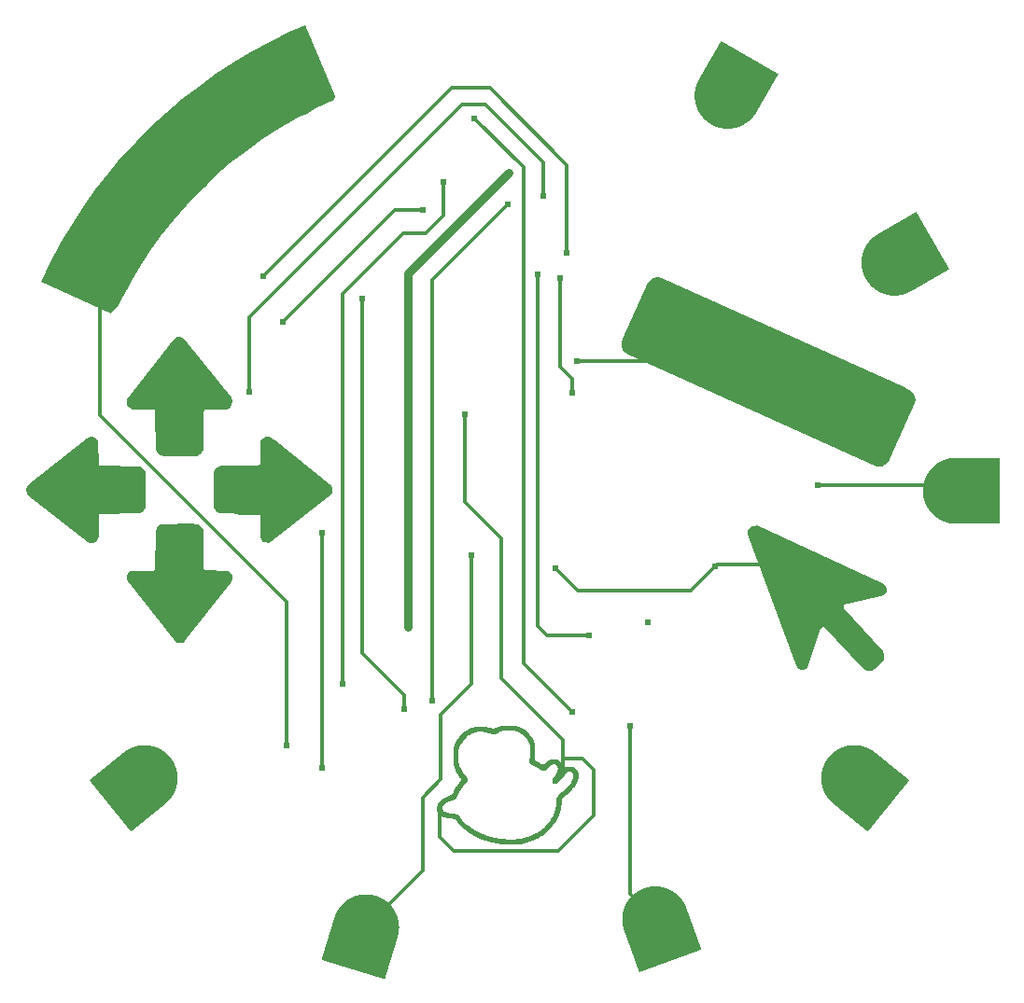
<source format=gbl>
G04 Layer: BottomLayer*
G04 EasyEDA v6.5.50, 2025-08-14 22:33:42*
G04 e75713753cb845a6aa3ca86cf9a0bac9,7f6f5378126b4d5b8a4b95b5ffd06442,10*
G04 Gerber Generator version 0.2*
G04 Scale: 100 percent, Rotated: No, Reflected: No *
G04 Dimensions in millimeters *
G04 leading zeros omitted , absolute positions ,4 integer and 5 decimal *
%FSLAX45Y45*%
%MOMM*%

%AMMACRO1*4,1,34,2.1993,-0.1562,2.1829,-0.3749,2.1448,-0.5909,2.0854,-0.802,2.0053,-1.0062,1.9053,-1.2014,1.7863,-1.3856,1.6495,-1.5571,1.4964,-1.7141,1.3284,-1.8551,1.1472,-1.9786,0.9545,-2.0835,0.7524,-2.1687,0.5429,-2.2333,0.3279,-2.2768,0.1097,-2.2986,-0.1097,-2.2986,-0.3279,-2.2768,-0.5429,-2.2333,-0.7524,-2.1687,-0.9545,-2.0835,-1.1472,-1.9786,-1.3284,-1.8551,-1.4964,-1.7141,-1.6495,-1.5571,-1.7863,-1.3856,-1.9053,-1.2014,-2.0053,-1.0062,-2.0854,-0.802,-2.1448,-0.5909,-2.1829,-0.3749,-2.1993,-0.1562,-2.2,2.2986,2.2,2.2986,2.1993,-0.1562,0*%
%AMMACRO2*4,1,34,-2.1993,0.1562,-2.1829,0.3749,-2.1448,0.5909,-2.0854,0.802,-2.0053,1.0062,-1.9053,1.2014,-1.7863,1.3856,-1.6495,1.5571,-1.4964,1.7141,-1.3284,1.8551,-1.1472,1.9786,-0.9545,2.0835,-0.7524,2.1687,-0.5429,2.2333,-0.3279,2.2768,-0.1097,2.2986,0.1097,2.2986,0.3279,2.2768,0.5429,2.2333,0.7524,2.1687,0.9545,2.0835,1.1472,1.9786,1.3284,1.8551,1.4964,1.7141,1.6495,1.5571,1.7863,1.3856,1.9053,1.2014,2.0053,1.0062,2.0854,0.802,2.1448,0.5909,2.1829,0.3749,2.1993,0.1562,2.2,-2.2986,-2.2,-2.2986,-2.1993,0.1562,0*%
%AMMACRO3*4,1,34,-0.1562,-2.1993,-0.3749,-2.1829,-0.5909,-2.1448,-0.802,-2.0854,-1.0062,-2.0053,-1.2014,-1.9053,-1.3856,-1.7863,-1.5571,-1.6495,-1.7141,-1.4964,-1.8551,-1.3284,-1.9786,-1.1472,-2.0835,-0.9545,-2.1687,-0.7524,-2.2333,-0.5429,-2.2768,-0.3279,-2.2986,-0.1097,-2.2986,0.1097,-2.2768,0.3279,-2.2333,0.5429,-2.1687,0.7524,-2.0835,0.9545,-1.9786,1.1472,-1.8551,1.3284,-1.7141,1.4964,-1.5571,1.6495,-1.3856,1.7863,-1.2014,1.9053,-1.0062,2.0053,-0.802,2.0854,-0.5909,2.1448,-0.3749,2.1829,-0.1562,2.1993,2.2986,2.2,2.2986,-2.2,-0.1562,-2.1993,0*%
%AMMACRO4*4,1,34,0.1562,2.1993,0.3749,2.1829,0.5909,2.1448,0.802,2.0854,1.0062,2.0053,1.2014,1.9053,1.3856,1.7863,1.5571,1.6495,1.7141,1.4964,1.8551,1.3284,1.9786,1.1472,2.0835,0.9545,2.1687,0.7524,2.2333,0.5429,2.2768,0.3279,2.2986,0.1097,2.2986,-0.1097,2.2768,-0.3279,2.2333,-0.5429,2.1687,-0.7524,2.0835,-0.9545,1.9786,-1.1472,1.8551,-1.3284,1.7141,-1.4964,1.5571,-1.6495,1.3856,-1.7863,1.2014,-1.9053,1.0062,-2.0053,0.802,-2.0854,0.5909,-2.1448,0.3749,-2.1829,0.1562,-2.1993,-2.2986,-2.2,-2.2986,2.2,0.1562,2.1993,0*%
%AMMACRO5*4,1,34,-1.3888,-1.5939,-1.5819,-1.4899,-1.7637,-1.3673,-1.9325,-1.2272,-2.0864,-1.0709,-2.224,-0.9001,-2.3439,-0.7165,-2.4449,-0.5218,-2.5261,-0.3181,-2.5865,-0.1072,-2.6257,0.1085,-2.6432,0.3272,-2.6388,0.5465,-2.6126,0.7642,-2.5649,0.9783,-2.496,1.1865,-2.4068,1.3869,-2.2982,1.5774,-2.171,1.7561,-2.0267,1.9213,-1.8667,2.0712,-1.6925,2.2045,-1.5059,2.3198,-1.3088,2.4159,-1.1031,2.492,-0.8908,2.5472,-0.6741,2.5809,-0.4551,2.593,-0.236,2.5831,-0.019,2.5515,0.1938,2.4985,0.4003,2.4245,2.6432,1.4266,0.8535,-2.593,-1.3888,-1.5939,0*%
%AMMACRO6*4,1,34,1.3888,1.5939,1.5819,1.4899,1.7637,1.3673,1.9325,1.2272,2.0864,1.0709,2.224,0.9001,2.3439,0.7165,2.4449,0.5218,2.5261,0.3181,2.5865,0.1072,2.6257,-0.1085,2.6432,-0.3272,2.6388,-0.5465,2.6126,-0.7642,2.5649,-0.9783,2.496,-1.1865,2.4068,-1.3869,2.2982,-1.5774,2.171,-1.7561,2.0267,-1.9213,1.8667,-2.0712,1.6925,-2.2045,1.5059,-2.3198,1.3088,-2.4159,1.1031,-2.492,0.8908,-2.5472,0.6741,-2.5809,0.4551,-2.593,0.236,-2.5831,0.019,-2.5515,-0.1938,-2.4985,-0.4003,-2.4245,-2.6432,-1.4266,-0.8535,2.593,1.3888,1.5939,0*%
%AMMACRO7*4,1,34,2.121,0.9893,2.2641,0.823,2.3899,0.6434,2.4972,0.4521,2.5849,0.2511,2.6521,0.0423,2.6983,-0.1721,2.7228,-0.39,2.7256,-0.6094,2.7064,-0.8279,2.6657,-1.0434,2.6037,-1.2537,2.521,-1.4569,2.4185,-1.6508,2.2972,-1.8335,2.1583,-2.0033,2.0033,-2.1583,1.8335,-2.2972,1.6508,-2.4185,1.4569,-2.521,1.2537,-2.6037,1.0434,-2.6657,0.8279,-2.7064,0.6094,-2.7256,0.39,-2.7228,0.1721,-2.6983,-0.0423,-2.6521,-0.2511,-2.5849,-0.4521,-2.4972,-0.6434,-2.3899,-0.823,-2.2641,-0.9893,-2.121,-2.7256,-0.3857,0.3857,2.7256,2.121,0.9893,0*%
%AMMACRO8*4,1,34,-2.121,-0.9893,-2.2641,-0.823,-2.3899,-0.6434,-2.4972,-0.4521,-2.5849,-0.2511,-2.6521,-0.0423,-2.6983,0.1721,-2.7228,0.39,-2.7256,0.6094,-2.7064,0.8279,-2.6657,1.0434,-2.6037,1.2537,-2.521,1.4569,-2.4185,1.6508,-2.2972,1.8335,-2.1583,2.0033,-2.0033,2.1583,-1.8335,2.2972,-1.6508,2.4185,-1.4569,2.521,-1.2537,2.6037,-1.0434,2.6657,-0.8279,2.7064,-0.6094,2.7256,-0.39,2.7228,-0.1721,2.6983,0.0423,2.6521,0.2511,2.5849,0.4521,2.4972,0.6434,2.3899,0.823,2.2641,0.9893,2.121,2.7256,0.3857,-0.3857,-2.7256,-2.121,-0.9893,0*%
%AMMACRO9*4,1,34,3.4995,-3,-0.65,-2.9963,-0.9476,-2.9665,-1.2408,-2.9072,-1.5265,-2.8191,-1.8021,-2.7029,-2.0648,-2.5599,-2.3119,-2.3914,-2.541,-2.1992,-2.7498,-1.9851,-2.9363,-1.7512,-3.0985,-1.5,-3.235,-1.2339,-3.3443,-0.9554,-3.4253,-0.6676,-3.4772,-0.373,-3.4995,-0.0748,-3.4921,0.2242,-3.4549,0.521,-3.3883,0.8125,-3.2931,1.096,-3.1701,1.3686,-3.0205,1.6276,-2.846,1.8705,-2.6481,2.0947,-2.4288,2.2981,-2.1904,2.4787,-1.9352,2.6347,-1.6658,2.7644,-1.3847,2.8667,-1.0949,2.9405,-0.7992,2.9851,-0.5005,3,3.4995,3,3.4995,-3,0*%
%AMMACRO10*4,1,34,3.7986,0.982,1.7206,-2.6097,1.546,-2.8525,1.3481,-3.0768,1.1289,-3.2802,0.8905,-3.4607,0.6353,-3.6167,0.3658,-3.7464,0.0848,-3.8488,-0.2051,-3.9226,-0.5008,-3.9671,-0.7995,-3.982,-1.0982,-3.9671,-1.3939,-3.9226,-1.6838,-3.8488,-1.9648,-3.7464,-2.2342,-3.6167,-2.4895,-3.4608,-2.7279,-3.2802,-2.9471,-3.0768,-3.145,-2.8525,-3.3196,-2.6097,-3.4691,-2.3507,-3.5921,-2.0781,-3.6873,-1.7946,-3.7539,-1.503,-3.7911,-1.2062,-3.7986,-0.9073,-3.7762,-0.609,-3.7243,-0.3145,-3.6432,-0.0266,-3.534,0.2518,-3.3976,0.5179,-1.3976,3.982,3.7986,0.982,0*%
%AMMACRO11*4,1,34,3.9802,-1.3976,0.3847,-3.4691,0.1121,-3.5921,-0.1714,-3.6874,-0.463,-3.7539,-0.7597,-3.7911,-1.0587,-3.7986,-1.3569,-3.7762,-1.6515,-3.7243,-1.9394,-3.6433,-2.2178,-3.534,-2.4839,-3.3976,-2.7351,-3.2353,-2.969,-3.0488,-3.1831,-2.84,-3.3753,-2.6109,-3.5438,-2.3638,-3.6868,-2.1012,-3.803,-1.8256,-3.8912,-1.5398,-3.9504,-1.2466,-3.9802,-0.9491,-3.9802,-0.65,-3.9504,-0.3524,-3.8911,-0.0592,-3.803,0.2266,-3.6868,0.5021,-3.5438,0.7648,-3.3753,1.0119,-3.1831,1.241,-2.969,1.4498,-2.7351,1.6363,-2.4839,1.7986,0.9802,3.7986,3.9802,-1.3976,0*%
%AMMACRO12*4,1,34,1.6019,3.963,3.4824,0.2641,3.591,-0.0146,3.6713,-0.3027,3.7225,-0.5974,3.7441,-0.8957,3.7359,-1.1947,3.698,-1.4913,3.6307,-1.7827,3.5348,-2.066,3.4111,-2.3383,3.2609,-2.5969,3.0857,-2.8393,2.8872,-3.0631,2.6675,-3.266,2.4286,-3.4459,2.1731,-3.6012,1.9033,-3.7303,1.622,-3.8319,1.332,-3.905,1.0361,-3.9488,0.7374,-3.963,0.4387,-3.9473,0.1431,-3.902,-0.1466,-3.8275,-0.4273,-3.7245,-0.6964,-3.5941,-0.9513,-3.4375,-1.1892,-3.2563,-1.4079,-3.0524,-1.6053,-2.8276,-1.7792,-2.5843,-1.9281,-2.325,-3.7441,1.239,1.6019,3.963,0*%
%AMMACRO13*4,1,34,-1.0674,3.7815,2.5601,1.7665,2.8059,1.5962,3.0336,1.4022,3.2408,1.1866,3.4255,0.9514,3.5859,0.6989,3.7204,0.4318,3.8275,0.1526,3.9064,-0.1359,3.9561,-0.4308,3.9762,-0.7292,3.9665,-1.0281,3.9271,-1.3246,3.8584,-1.6157,3.761,-1.8985,3.636,-2.1701,3.4845,-2.428,3.3081,-2.6695,3.1086,-2.8923,2.8878,-3.0941,2.6481,-3.2729,2.3917,-3.4269,2.1213,-3.5546,1.8395,-3.6548,1.5491,-3.7265,1.253,-3.7688,0.9542,-3.7815,0.6557,-3.7644,0.3603,-3.7176,0.071,-3.6416,-0.2093,-3.5372,-0.4777,-3.4054,-3.9762,-1.4662,-1.0674,3.7815,0*%
%AMMACRO14*4,1,34,0.221,-3.9241,-3.0014,-1.3098,-3.214,-1.0994,-3.4045,-0.8689,-3.5711,-0.6205,-3.7122,-0.3568,-3.8263,-0.0804,-3.9123,0.2061,-3.9694,0.4997,-3.9969,0.7975,-3.9947,1.0965,-3.9627,1.3939,-3.9012,1.6866,-3.8109,1.9717,-3.6927,2.2464,-3.5477,2.508,-3.3774,2.7538,-3.1835,2.9815,-2.9678,3.1887,-2.7326,3.3734,-2.4801,3.5338,-2.213,3.6683,-1.9338,3.7754,-1.6453,3.8543,-1.3504,3.904,-1.052,3.9241,-0.7531,3.9144,-0.4566,3.875,-0.1655,3.8063,0.1173,3.7089,0.389,3.5839,0.6468,3.4324,0.8883,3.256,3.9969,0.7387,0.221,-3.9241,0*%
%AMMACRO15*4,1,34,-2.0446,-3.8919,-3.4603,0.0086,-3.5341,0.2984,-3.5787,0.5942,-3.5936,0.8929,-3.5787,1.1916,-3.5341,1.4873,-3.4603,1.7771,-3.358,2.0582,-3.2282,2.3277,-3.0723,2.5828,-2.8917,2.8212,-2.6883,3.0405,-2.464,3.2384,-2.2212,3.413,-1.9622,3.5625,-1.6896,3.6855,-1.4061,3.7808,-1.1145,3.8473,-0.8178,3.8845,-0.5188,3.8919,-0.2205,3.8696,0.074,3.8176,0.3619,3.7367,0.6403,3.6274,0.9064,3.491,1.1577,3.3287,1.3915,3.1422,1.6056,2.9334,1.7978,2.7043,1.9663,2.4572,2.1093,2.1945,2.2255,1.9189,3.5936,-1.8398,-2.0446,-3.8919,0*%
%AMMACRO16*4,1,34,-3.5192,-2.0964,-2.3024,1.8708,-2.1869,2.1466,-2.0445,2.4097,-1.8767,2.6572,-1.685,2.8868,-1.4714,3.0961,-1.2381,3.2832,-0.9873,3.4461,-0.7215,3.5832,-0.4434,3.6931,-0.1556,3.7748,0.1388,3.8275,0.4369,3.8506,0.7359,3.8439,1.0328,3.8074,1.3245,3.7416,1.6083,3.6471,1.8812,3.5248,2.1405,3.3759,2.3838,3.2019,2.6086,3.0046,2.8125,2.7858,2.9937,2.5479,3.1503,2.2931,3.2807,2.0239,3.3837,1.7432,3.4582,1.4535,3.5035,1.1579,3.5192,0.8592,3.505,0.5605,3.4612,0.2647,3.3881,-0.0254,2.2186,-3.8506,-3.5192,-2.0964,0*%
%AMMACRO17*4,1,34,-3.9982,0.7393,-0.7711,3.3478,-0.5211,3.5119,-0.256,3.6503,0.0216,3.7617,0.3089,3.8448,0.603,3.899,0.9011,3.9236,1.2001,3.9183,1.4972,3.8834,1.7892,3.819,2.0734,3.7259,2.347,3.6049,2.6071,3.4573,2.8512,3.2846,3.0769,3.0883,3.2819,2.8706,3.4643,2.6336,3.6222,2.3796,3.754,2.1111,3.8583,1.8308,3.9343,1.5415,3.9811,1.2462,3.9982,0.9476,3.9855,0.6488,3.9432,0.3527,3.8716,0.0623,3.7714,-0.2195,3.6436,-0.4899,3.4896,-0.7462,3.3108,-0.986,3.109,-1.2067,2.8863,-1.4063,-0.2223,-3.9236,-3.9982,0.7393,0*%
%AMMACRO18*4,1,34,0.348,3.9806,3.2278,0.9931,3.4131,0.7584,3.5742,0.5063,3.7093,0.2395,3.8171,-0.0394,3.8967,-0.3277,3.9472,-0.6225,3.968,-0.9208,3.9591,-1.2198,3.9204,-1.5163,3.8524,-1.8076,3.7557,-2.0906,3.6314,-2.3626,3.4806,-2.6209,3.3047,-2.8628,3.1058,-3.0861,2.8855,-3.2884,2.6462,-3.4678,2.3902,-3.6225,2.1201,-3.7509,1.8386,-3.8518,1.5484,-3.9241,1.2524,-3.9672,0.9537,-3.9806,0.655,-3.9643,0.3595,-3.9182,0.0701,-3.843,-0.2105,-3.7393,-0.4792,-3.6082,-0.7337,-3.4509,-0.9712,-3.2692,-1.1894,-3.0646,-3.968,-0.1873,0.348,3.9806,0*%
%ADD10C,0.3500*%
%ADD11C,0.8000*%
%ADD12C,0.5000*%
%ADD13MACRO1*%
%ADD14MACRO2*%
%ADD15MACRO3*%
%ADD16MACRO4*%
%ADD17MACRO5*%
%ADD18MACRO6*%
%ADD19MACRO7*%
%ADD20MACRO8*%
%ADD21MACRO9*%
%ADD22MACRO10*%
%ADD23MACRO11*%
%ADD24MACRO12*%
%ADD25MACRO13*%
%ADD26MACRO14*%
%ADD27MACRO15*%
%ADD28MACRO16*%
%ADD29MACRO17*%
%ADD30MACRO18*%
%ADD31C,0.6100*%
%ADD32C,0.6200*%
%ADD33C,0.0166*%

%LPD*%
G36*
X33629Y-2128164D02*
G01*
X31750Y-2131161D01*
X15697Y-2131161D01*
X13817Y-2134158D01*
X3708Y-2134158D01*
X1879Y-2137156D01*
X-5232Y-2137156D01*
X-7112Y-2140153D01*
X-14224Y-2140153D01*
X-16052Y-2143150D01*
X-20167Y-2143150D01*
X-22047Y-2146147D01*
X-26162Y-2146147D01*
X-28041Y-2149094D01*
X-35153Y-2149094D01*
X-36982Y-2152091D01*
X-44094Y-2152091D01*
X-45974Y-2155088D01*
X-70662Y-2155088D01*
X-72542Y-2152091D01*
X-82600Y-2152091D01*
X-84480Y-2149094D01*
X-97586Y-2149094D01*
X-99415Y-2146147D01*
X-112522Y-2146147D01*
X-114401Y-2143150D01*
X-229412Y-2143150D01*
X-231292Y-2146147D01*
X-244398Y-2146147D01*
X-246227Y-2149094D01*
X-253339Y-2149094D01*
X-255219Y-2152091D01*
X-262331Y-2152091D01*
X-264160Y-2155088D01*
X-271272Y-2155088D01*
X-273151Y-2158085D01*
X-277266Y-2158085D01*
X-279146Y-2161082D01*
X-283260Y-2161082D01*
X-285089Y-2164080D01*
X-288899Y-2164080D01*
X-294436Y-2170023D01*
X-297891Y-2170023D01*
X-303377Y-2176018D01*
X-306781Y-2176018D01*
X-315417Y-2185009D01*
X-318566Y-2185009D01*
X-362458Y-2228900D01*
X-362458Y-2231948D01*
X-377393Y-2246731D01*
X-377393Y-2249982D01*
X-386384Y-2258568D01*
X-386384Y-2262022D01*
X-392379Y-2267508D01*
X-392379Y-2271318D01*
X-395376Y-2273198D01*
X-395376Y-2277313D01*
X-398322Y-2279142D01*
X-398322Y-2283256D01*
X-401320Y-2285136D01*
X-401320Y-2292248D01*
X-404317Y-2294128D01*
X-404317Y-2298192D01*
X-407314Y-2300071D01*
X-407314Y-2307183D01*
X-410311Y-2309063D01*
X-410311Y-2319121D01*
X-413308Y-2321001D01*
X-413308Y-2340051D01*
X-416255Y-2341930D01*
X-416255Y-2366975D01*
X-419252Y-2368854D01*
X-419252Y-2442057D01*
X-416255Y-2443937D01*
X-416255Y-2471928D01*
X-413308Y-2473807D01*
X-413308Y-2489860D01*
X-410311Y-2491740D01*
X-410311Y-2501849D01*
X-407314Y-2503678D01*
X-407314Y-2510790D01*
X-404317Y-2512669D01*
X-404317Y-2519781D01*
X-401320Y-2521610D01*
X-401320Y-2528722D01*
X-398322Y-2530602D01*
X-398322Y-2534716D01*
X-395376Y-2536596D01*
X-395376Y-2540711D01*
X-392379Y-2542540D01*
X-392379Y-2546654D01*
X-389382Y-2548534D01*
X-389382Y-2552649D01*
X-386384Y-2554528D01*
X-386384Y-2558643D01*
X-383387Y-2560472D01*
X-383387Y-2564282D01*
X-377393Y-2569819D01*
X-377393Y-2573274D01*
X-371449Y-2578760D01*
X-371449Y-2582164D01*
X-362458Y-2590800D01*
X-362458Y-2594152D01*
X-353517Y-2602738D01*
X-353517Y-2606446D01*
X-350520Y-2608326D01*
X-350520Y-2627020D01*
X-353517Y-2628900D01*
X-353517Y-2632608D01*
X-362458Y-2641193D01*
X-362458Y-2644495D01*
X-374446Y-2656281D01*
X-374446Y-2659481D01*
X-383387Y-2668117D01*
X-383387Y-2671470D01*
X-392379Y-2680055D01*
X-392379Y-2683814D01*
X-395376Y-2685694D01*
X-395376Y-2689453D01*
X-401320Y-2694940D01*
X-401320Y-2698750D01*
X-404317Y-2700629D01*
X-404317Y-2704744D01*
X-407314Y-2706624D01*
X-407314Y-2710738D01*
X-410311Y-2712618D01*
X-410311Y-2716682D01*
X-413308Y-2718562D01*
X-413308Y-2722676D01*
X-416255Y-2724556D01*
X-416255Y-2728671D01*
X-419252Y-2730550D01*
X-419252Y-2737307D01*
X-425246Y-2742793D01*
X-425246Y-2746044D01*
X-438099Y-2758897D01*
X-441655Y-2758897D01*
X-443534Y-2761894D01*
X-447649Y-2761894D01*
X-449529Y-2764891D01*
X-456641Y-2764891D01*
X-458470Y-2767888D01*
X-462584Y-2767888D01*
X-464464Y-2770886D01*
X-471576Y-2770886D01*
X-473456Y-2773883D01*
X-480517Y-2773883D01*
X-482396Y-2776829D01*
X-486511Y-2776829D01*
X-488391Y-2779826D01*
X-492506Y-2779826D01*
X-494334Y-2782824D01*
X-498449Y-2782824D01*
X-500329Y-2785821D01*
X-504443Y-2785821D01*
X-506323Y-2788818D01*
X-510438Y-2788818D01*
X-512267Y-2791815D01*
X-516026Y-2791815D01*
X-524662Y-2800756D01*
X-527812Y-2800756D01*
X-550773Y-2823718D01*
X-550773Y-2826969D01*
X-556768Y-2832455D01*
X-556768Y-2836265D01*
X-559765Y-2838145D01*
X-559765Y-2848254D01*
X-562762Y-2850083D01*
X-562762Y-2887116D01*
X-516432Y-2887116D01*
X-516432Y-2862427D01*
X-513435Y-2860548D01*
X-513435Y-2856433D01*
X-510438Y-2854553D01*
X-510438Y-2850997D01*
X-494588Y-2835148D01*
X-491032Y-2835148D01*
X-489153Y-2832150D01*
X-485038Y-2832150D01*
X-483158Y-2829153D01*
X-479043Y-2829153D01*
X-477215Y-2826156D01*
X-473100Y-2826156D01*
X-471220Y-2823210D01*
X-467106Y-2823210D01*
X-465226Y-2820212D01*
X-461111Y-2820212D01*
X-459282Y-2817215D01*
X-452170Y-2817215D01*
X-450291Y-2814218D01*
X-443179Y-2814218D01*
X-441299Y-2811221D01*
X-437235Y-2811221D01*
X-435356Y-2808224D01*
X-428243Y-2808224D01*
X-426364Y-2805226D01*
X-419303Y-2805226D01*
X-417423Y-2802280D01*
X-413308Y-2802280D01*
X-411429Y-2799283D01*
X-407619Y-2799283D01*
X-402132Y-2793288D01*
X-398881Y-2793288D01*
X-387858Y-2782316D01*
X-387858Y-2779064D01*
X-381914Y-2773527D01*
X-381914Y-2766771D01*
X-378917Y-2764891D01*
X-378917Y-2760776D01*
X-375920Y-2758897D01*
X-375920Y-2754782D01*
X-372922Y-2752902D01*
X-372922Y-2745841D01*
X-369925Y-2743962D01*
X-369925Y-2739847D01*
X-366979Y-2737967D01*
X-366979Y-2733852D01*
X-363982Y-2732024D01*
X-363982Y-2727909D01*
X-360984Y-2726029D01*
X-360984Y-2721914D01*
X-357987Y-2720035D01*
X-357987Y-2716276D01*
X-351993Y-2710789D01*
X-351993Y-2706979D01*
X-348996Y-2705100D01*
X-348996Y-2701391D01*
X-340055Y-2692755D01*
X-340055Y-2689453D01*
X-331114Y-2680817D01*
X-331063Y-2677566D01*
X-316128Y-2662783D01*
X-316128Y-2659634D01*
X-298196Y-2641854D01*
X-298196Y-2638552D01*
X-292201Y-2633065D01*
X-292201Y-2626258D01*
X-289255Y-2624378D01*
X-289255Y-2610967D01*
X-292201Y-2609088D01*
X-292201Y-2604973D01*
X-295198Y-2603144D01*
X-295198Y-2599283D01*
X-301193Y-2593797D01*
X-301193Y-2590495D01*
X-316128Y-2575712D01*
X-316128Y-2572562D01*
X-328117Y-2560777D01*
X-328117Y-2557475D01*
X-334060Y-2551938D01*
X-334060Y-2548483D01*
X-340055Y-2542997D01*
X-340055Y-2539238D01*
X-343052Y-2537358D01*
X-343052Y-2533243D01*
X-346049Y-2531364D01*
X-346049Y-2527249D01*
X-348996Y-2525420D01*
X-348996Y-2521305D01*
X-351993Y-2519426D01*
X-351993Y-2515311D01*
X-354990Y-2513431D01*
X-354990Y-2509316D01*
X-357987Y-2507488D01*
X-357987Y-2500376D01*
X-360984Y-2498496D01*
X-360984Y-2491384D01*
X-363982Y-2489504D01*
X-363982Y-2479446D01*
X-366979Y-2477566D01*
X-366979Y-2467457D01*
X-369925Y-2465628D01*
X-369925Y-2446578D01*
X-372922Y-2444699D01*
X-372922Y-2407767D01*
X-376275Y-2405430D01*
X-372922Y-2403094D01*
X-372922Y-2366213D01*
X-369925Y-2364333D01*
X-369925Y-2345283D01*
X-366979Y-2343404D01*
X-366979Y-2333294D01*
X-363982Y-2331466D01*
X-363982Y-2321356D01*
X-360984Y-2319477D01*
X-360984Y-2315362D01*
X-357987Y-2313533D01*
X-357987Y-2306421D01*
X-354990Y-2304542D01*
X-354990Y-2300427D01*
X-351993Y-2298547D01*
X-351993Y-2294432D01*
X-348996Y-2292604D01*
X-348996Y-2288794D01*
X-343052Y-2283307D01*
X-343052Y-2279904D01*
X-334060Y-2271318D01*
X-334060Y-2268067D01*
X-316128Y-2250236D01*
X-316128Y-2247188D01*
X-300278Y-2231339D01*
X-297180Y-2231339D01*
X-285394Y-2219350D01*
X-282092Y-2219350D01*
X-276555Y-2213406D01*
X-273100Y-2213406D01*
X-267614Y-2207412D01*
X-263855Y-2207412D01*
X-261975Y-2204415D01*
X-257860Y-2204415D01*
X-255981Y-2201418D01*
X-251866Y-2201418D01*
X-250037Y-2198420D01*
X-242925Y-2198420D01*
X-241046Y-2195423D01*
X-233934Y-2195423D01*
X-232105Y-2192477D01*
X-224993Y-2192477D01*
X-223113Y-2189480D01*
X-204063Y-2189480D01*
X-202184Y-2186482D01*
X-141630Y-2186482D01*
X-139750Y-2189480D01*
X-120700Y-2189480D01*
X-118821Y-2192477D01*
X-108762Y-2192477D01*
X-106883Y-2195423D01*
X-96774Y-2195423D01*
X-94945Y-2198420D01*
X-84836Y-2198420D01*
X-82956Y-2201418D01*
X-75844Y-2201418D01*
X-74015Y-2204415D01*
X-63906Y-2204415D01*
X-62026Y-2207412D01*
X-39624Y-2207412D01*
X-37795Y-2204415D01*
X-30683Y-2204415D01*
X-28803Y-2201418D01*
X-24688Y-2201418D01*
X-22809Y-2198420D01*
X-18745Y-2198420D01*
X-16865Y-2195423D01*
X-12750Y-2195423D01*
X-10871Y-2192477D01*
X-6756Y-2192477D01*
X-4876Y-2189480D01*
X-762Y-2189480D01*
X1066Y-2186482D01*
X5181Y-2186482D01*
X7061Y-2183485D01*
X14173Y-2183485D01*
X16002Y-2180488D01*
X26111Y-2180488D01*
X27990Y-2177491D01*
X38049Y-2177491D01*
X39928Y-2174544D01*
X58978Y-2174544D01*
X60858Y-2171547D01*
X115468Y-2171547D01*
X117297Y-2174544D01*
X133400Y-2174544D01*
X135229Y-2177491D01*
X142341Y-2177491D01*
X144221Y-2180488D01*
X151333Y-2180488D01*
X153162Y-2183485D01*
X160274Y-2183485D01*
X162153Y-2186482D01*
X166268Y-2186482D01*
X168148Y-2189480D01*
X172262Y-2189480D01*
X174091Y-2192477D01*
X181203Y-2192477D01*
X183083Y-2195423D01*
X186842Y-2195423D01*
X192328Y-2201418D01*
X196138Y-2201418D01*
X198018Y-2204415D01*
X201777Y-2204415D01*
X207314Y-2210409D01*
X210566Y-2210409D01*
X244348Y-2244191D01*
X244348Y-2247442D01*
X250342Y-2252929D01*
X250342Y-2256434D01*
X256286Y-2261920D01*
X256286Y-2265680D01*
X259283Y-2267559D01*
X259283Y-2271674D01*
X262280Y-2273503D01*
X262280Y-2277618D01*
X265277Y-2279497D01*
X265277Y-2283612D01*
X268274Y-2285492D01*
X268274Y-2292604D01*
X271272Y-2294432D01*
X271272Y-2301544D01*
X274218Y-2303424D01*
X274218Y-2313533D01*
X277215Y-2315362D01*
X277215Y-2334412D01*
X280212Y-2336292D01*
X280212Y-2393848D01*
X277215Y-2395728D01*
X277215Y-2414778D01*
X274218Y-2416657D01*
X274218Y-2426766D01*
X271272Y-2428595D01*
X271272Y-2441702D01*
X268274Y-2443581D01*
X268274Y-2459990D01*
X271272Y-2461869D01*
X271272Y-2468422D01*
X285242Y-2482392D01*
X288848Y-2482392D01*
X290677Y-2485390D01*
X294792Y-2485390D01*
X296672Y-2488387D01*
X300786Y-2488387D01*
X302666Y-2491384D01*
X306781Y-2491384D01*
X308610Y-2494381D01*
X312724Y-2494381D01*
X314604Y-2497378D01*
X318719Y-2497378D01*
X320598Y-2500325D01*
X324713Y-2500325D01*
X326542Y-2503322D01*
X330657Y-2503322D01*
X332536Y-2506319D01*
X336296Y-2506319D01*
X341782Y-2512314D01*
X345592Y-2512314D01*
X347472Y-2515311D01*
X351282Y-2515311D01*
X356768Y-2521254D01*
X360222Y-2521254D01*
X365709Y-2527249D01*
X369214Y-2527249D01*
X374700Y-2533243D01*
X378155Y-2533243D01*
X383641Y-2539187D01*
X387451Y-2539187D01*
X389331Y-2542184D01*
X414731Y-2542184D01*
X416559Y-2539187D01*
X420420Y-2539187D01*
X425907Y-2533243D01*
X429361Y-2533243D01*
X431190Y-2531414D01*
X431190Y-2528062D01*
X443128Y-2516327D01*
X443128Y-2513228D01*
X470966Y-2485390D01*
X477469Y-2485390D01*
X479348Y-2482392D01*
X504037Y-2482392D01*
X505917Y-2485390D01*
X509473Y-2485390D01*
X522325Y-2498242D01*
X522325Y-2501849D01*
X525322Y-2503678D01*
X525322Y-2513787D01*
X528320Y-2515666D01*
X528320Y-2528366D01*
X525322Y-2530246D01*
X525322Y-2543352D01*
X522325Y-2545181D01*
X522325Y-2552293D01*
X519379Y-2554173D01*
X519379Y-2558288D01*
X516382Y-2560167D01*
X516382Y-2564231D01*
X513384Y-2566111D01*
X513384Y-2569921D01*
X507390Y-2575407D01*
X507390Y-2578709D01*
X495452Y-2590495D01*
X495452Y-2593695D01*
X483463Y-2605430D01*
X483463Y-2608732D01*
X477520Y-2614269D01*
X477520Y-2639314D01*
X480517Y-2641193D01*
X480517Y-2644800D01*
X491490Y-2655773D01*
X495096Y-2655773D01*
X496925Y-2658770D01*
X513384Y-2658770D01*
X515213Y-2655773D01*
X519023Y-2655773D01*
X524560Y-2649829D01*
X527761Y-2649829D01*
X556717Y-2620873D01*
X556717Y-2617774D01*
X568655Y-2605989D01*
X568655Y-2602687D01*
X574649Y-2597200D01*
X574649Y-2593695D01*
X580644Y-2588209D01*
X580644Y-2584805D01*
X589584Y-2576220D01*
X589584Y-2573020D01*
X608431Y-2554173D01*
X611987Y-2554173D01*
X613867Y-2551176D01*
X617982Y-2551176D01*
X619861Y-2548178D01*
X647547Y-2548178D01*
X649376Y-2551176D01*
X652983Y-2551176D01*
X665835Y-2564028D01*
X665835Y-2567584D01*
X668832Y-2569464D01*
X668832Y-2603144D01*
X665835Y-2604973D01*
X665835Y-2612085D01*
X662838Y-2613964D01*
X662838Y-2618079D01*
X659841Y-2619908D01*
X659841Y-2624023D01*
X656844Y-2625902D01*
X656844Y-2630017D01*
X653846Y-2631897D01*
X653846Y-2635656D01*
X647903Y-2641142D01*
X647903Y-2644546D01*
X638911Y-2653182D01*
X638911Y-2656484D01*
X629970Y-2665120D01*
X629970Y-2668371D01*
X615035Y-2683205D01*
X615035Y-2686253D01*
X587197Y-2714091D01*
X584149Y-2714091D01*
X563321Y-2735021D01*
X560273Y-2735021D01*
X528320Y-2766923D01*
X528320Y-2770530D01*
X525322Y-2772359D01*
X525322Y-2776474D01*
X522325Y-2778353D01*
X522325Y-2785465D01*
X519379Y-2787345D01*
X519379Y-2815336D01*
X516382Y-2817215D01*
X516382Y-2848254D01*
X513384Y-2850083D01*
X513384Y-2866186D01*
X510387Y-2868015D01*
X510387Y-2881122D01*
X507390Y-2883001D01*
X507390Y-2893060D01*
X504393Y-2894939D01*
X504393Y-2902051D01*
X501396Y-2903931D01*
X501396Y-2910992D01*
X498449Y-2912872D01*
X498449Y-2919984D01*
X495452Y-2921863D01*
X495452Y-2925978D01*
X492455Y-2927807D01*
X492455Y-2931922D01*
X489458Y-2933801D01*
X489458Y-2940913D01*
X486460Y-2942742D01*
X486460Y-2946552D01*
X480517Y-2952038D01*
X480517Y-2955848D01*
X477520Y-2957728D01*
X477520Y-2961843D01*
X474522Y-2963672D01*
X474522Y-2967482D01*
X468528Y-2972968D01*
X468528Y-2976422D01*
X462534Y-2981909D01*
X462534Y-2985312D01*
X453593Y-2993948D01*
X453593Y-2997250D01*
X441655Y-3008985D01*
X441655Y-3012135D01*
X411734Y-3041904D01*
X411734Y-3044952D01*
X392887Y-3063798D01*
X389788Y-3063798D01*
X375005Y-3078784D01*
X371703Y-3078784D01*
X366217Y-3084728D01*
X362712Y-3084728D01*
X357225Y-3090722D01*
X353771Y-3090722D01*
X348284Y-3096717D01*
X344779Y-3096717D01*
X339293Y-3102660D01*
X335534Y-3102660D01*
X333654Y-3105658D01*
X329539Y-3105658D01*
X327660Y-3108655D01*
X323596Y-3108655D01*
X321716Y-3111652D01*
X317601Y-3111652D01*
X315722Y-3114649D01*
X311607Y-3114649D01*
X309727Y-3117646D01*
X305612Y-3117646D01*
X303784Y-3120593D01*
X296672Y-3120593D01*
X294792Y-3123590D01*
X290677Y-3123590D01*
X288848Y-3126587D01*
X281736Y-3126587D01*
X279857Y-3129584D01*
X275742Y-3129584D01*
X273862Y-3132582D01*
X266801Y-3132582D01*
X264922Y-3135579D01*
X257810Y-3135579D01*
X255930Y-3138576D01*
X248818Y-3138576D01*
X246989Y-3141522D01*
X239877Y-3141522D01*
X237998Y-3144520D01*
X230886Y-3144520D01*
X229057Y-3147517D01*
X221945Y-3147517D01*
X220065Y-3150514D01*
X212953Y-3150514D01*
X211124Y-3153511D01*
X198018Y-3153511D01*
X196138Y-3156508D01*
X180086Y-3156508D01*
X178206Y-3159455D01*
X153162Y-3159455D01*
X151333Y-3162452D01*
X63855Y-3162452D01*
X61976Y-3159455D01*
X27990Y-3159455D01*
X26111Y-3156508D01*
X-1930Y-3156508D01*
X-3759Y-3153511D01*
X-19862Y-3153511D01*
X-21691Y-3150514D01*
X-34798Y-3150514D01*
X-36677Y-3147517D01*
X-46736Y-3147517D01*
X-48615Y-3144520D01*
X-58724Y-3144520D01*
X-60553Y-3141522D01*
X-67665Y-3141522D01*
X-69545Y-3138576D01*
X-79654Y-3138576D01*
X-81483Y-3135579D01*
X-91592Y-3135579D01*
X-93472Y-3132582D01*
X-103530Y-3132582D01*
X-105410Y-3129584D01*
X-112522Y-3129584D01*
X-114401Y-3126587D01*
X-121462Y-3126587D01*
X-123342Y-3123590D01*
X-130454Y-3123590D01*
X-132334Y-3120593D01*
X-136448Y-3120593D01*
X-138277Y-3117646D01*
X-145389Y-3117646D01*
X-147269Y-3114649D01*
X-151384Y-3114649D01*
X-153212Y-3111652D01*
X-160324Y-3111652D01*
X-162204Y-3108655D01*
X-166319Y-3108655D01*
X-168198Y-3105658D01*
X-172313Y-3105658D01*
X-174142Y-3102660D01*
X-178257Y-3102660D01*
X-180136Y-3099663D01*
X-184251Y-3099663D01*
X-186131Y-3096717D01*
X-190246Y-3096717D01*
X-192074Y-3093720D01*
X-196189Y-3093720D01*
X-198069Y-3090722D01*
X-202184Y-3090722D01*
X-204063Y-3087725D01*
X-207822Y-3087725D01*
X-213309Y-3081731D01*
X-216814Y-3081731D01*
X-222300Y-3075787D01*
X-226110Y-3075787D01*
X-227990Y-3072790D01*
X-231749Y-3072790D01*
X-237236Y-3066796D01*
X-240690Y-3066796D01*
X-246227Y-3060852D01*
X-249682Y-3060852D01*
X-255168Y-3054858D01*
X-258622Y-3054858D01*
X-264160Y-3048863D01*
X-267512Y-3048863D01*
X-276148Y-3039922D01*
X-279450Y-3039922D01*
X-291185Y-3027934D01*
X-294284Y-3027934D01*
X-337058Y-2985160D01*
X-337058Y-2982112D01*
X-348996Y-2970326D01*
X-349046Y-2967024D01*
X-357987Y-2958439D01*
X-357987Y-2955239D01*
X-371957Y-2941269D01*
X-375564Y-2941269D01*
X-377444Y-2938272D01*
X-381558Y-2938272D01*
X-383387Y-2935274D01*
X-387502Y-2935274D01*
X-389382Y-2932277D01*
X-396494Y-2932277D01*
X-398373Y-2929280D01*
X-411429Y-2929280D01*
X-413308Y-2926334D01*
X-438353Y-2926334D01*
X-440182Y-2923336D01*
X-459282Y-2923336D01*
X-461111Y-2920339D01*
X-474218Y-2920339D01*
X-476097Y-2917342D01*
X-483158Y-2917342D01*
X-485038Y-2914345D01*
X-489153Y-2914345D01*
X-491032Y-2911348D01*
X-495147Y-2911348D01*
X-496976Y-2908401D01*
X-500583Y-2908401D01*
X-510438Y-2898546D01*
X-510438Y-2894939D01*
X-513435Y-2893060D01*
X-513435Y-2888945D01*
X-516432Y-2887116D01*
X-562762Y-2887116D01*
X-562762Y-2899410D01*
X-559765Y-2901289D01*
X-559765Y-2911348D01*
X-556768Y-2913227D01*
X-556768Y-2917037D01*
X-550773Y-2922524D01*
X-550773Y-2925775D01*
X-530809Y-2945739D01*
X-527558Y-2945739D01*
X-522071Y-2951734D01*
X-518617Y-2951734D01*
X-513130Y-2957677D01*
X-506323Y-2957677D01*
X-504443Y-2960674D01*
X-497332Y-2960674D01*
X-495503Y-2963672D01*
X-485393Y-2963672D01*
X-483514Y-2966669D01*
X-464464Y-2966669D01*
X-462584Y-2969666D01*
X-440537Y-2969666D01*
X-438708Y-2972663D01*
X-422605Y-2972663D01*
X-420725Y-2975660D01*
X-413664Y-2975660D01*
X-411784Y-2978607D01*
X-407670Y-2978607D01*
X-405790Y-2981604D01*
X-402234Y-2981604D01*
X-380390Y-3003448D01*
X-380390Y-3006445D01*
X-312572Y-3074263D01*
X-309422Y-3074263D01*
X-300837Y-3083255D01*
X-297484Y-3083255D01*
X-288848Y-3092196D01*
X-285445Y-3092196D01*
X-279958Y-3098190D01*
X-276504Y-3098190D01*
X-270967Y-3104184D01*
X-267512Y-3104184D01*
X-262026Y-3110179D01*
X-258571Y-3110179D01*
X-253034Y-3116122D01*
X-249224Y-3116122D01*
X-247396Y-3119120D01*
X-243586Y-3119120D01*
X-238099Y-3125114D01*
X-234289Y-3125114D01*
X-232410Y-3128111D01*
X-228650Y-3128111D01*
X-223164Y-3134055D01*
X-219354Y-3134055D01*
X-217474Y-3137052D01*
X-213360Y-3137052D01*
X-211480Y-3140049D01*
X-207365Y-3140049D01*
X-205536Y-3143046D01*
X-201422Y-3143046D01*
X-199542Y-3146044D01*
X-195427Y-3146044D01*
X-193548Y-3148990D01*
X-189433Y-3148990D01*
X-187604Y-3151987D01*
X-180492Y-3151987D01*
X-178612Y-3154984D01*
X-174498Y-3154984D01*
X-172618Y-3157982D01*
X-168554Y-3157982D01*
X-166674Y-3160979D01*
X-159562Y-3160979D01*
X-157683Y-3163976D01*
X-153568Y-3163976D01*
X-151739Y-3166922D01*
X-144627Y-3166922D01*
X-142748Y-3169920D01*
X-135636Y-3169920D01*
X-133756Y-3172917D01*
X-126695Y-3172917D01*
X-124815Y-3175914D01*
X-114706Y-3175914D01*
X-112877Y-3178911D01*
X-102768Y-3178911D01*
X-100888Y-3181908D01*
X-90830Y-3181908D01*
X-88950Y-3184906D01*
X-81838Y-3184906D01*
X-79959Y-3187852D01*
X-69900Y-3187852D01*
X-68021Y-3190849D01*
X-57912Y-3190849D01*
X-56083Y-3193846D01*
X-45974Y-3193846D01*
X-44094Y-3196844D01*
X-28041Y-3196844D01*
X-26162Y-3199841D01*
X-4114Y-3199841D01*
X-2235Y-3202838D01*
X31750Y-3202838D01*
X33629Y-3205784D01*
X181559Y-3205784D01*
X183438Y-3202838D01*
X205486Y-3202838D01*
X207314Y-3199841D01*
X220421Y-3199841D01*
X222300Y-3196844D01*
X232359Y-3196844D01*
X234238Y-3193846D01*
X241350Y-3193846D01*
X243230Y-3190849D01*
X250291Y-3190849D01*
X252171Y-3187852D01*
X259283Y-3187852D01*
X261162Y-3184906D01*
X268224Y-3184906D01*
X270103Y-3181908D01*
X277215Y-3181908D01*
X279095Y-3178911D01*
X286156Y-3178911D01*
X288036Y-3175914D01*
X295148Y-3175914D01*
X297027Y-3172917D01*
X301142Y-3172917D01*
X302971Y-3169920D01*
X310083Y-3169920D01*
X311962Y-3166922D01*
X316077Y-3166922D01*
X317957Y-3163976D01*
X325018Y-3163976D01*
X326898Y-3160979D01*
X331012Y-3160979D01*
X332892Y-3157982D01*
X337007Y-3157982D01*
X338886Y-3154984D01*
X343001Y-3154984D01*
X344830Y-3151987D01*
X348945Y-3151987D01*
X350824Y-3148990D01*
X354634Y-3148990D01*
X360121Y-3143046D01*
X363880Y-3143046D01*
X365760Y-3140049D01*
X369570Y-3140049D01*
X375056Y-3134055D01*
X378561Y-3134055D01*
X384048Y-3128111D01*
X387502Y-3128111D01*
X392988Y-3122117D01*
X396341Y-3122117D01*
X408076Y-3110179D01*
X411175Y-3110179D01*
X455066Y-3066237D01*
X455066Y-3063240D01*
X484987Y-3033420D01*
X484987Y-3030270D01*
X496925Y-3018485D01*
X496925Y-3015284D01*
X505917Y-3006648D01*
X505917Y-3003245D01*
X511860Y-2997758D01*
X511860Y-2994253D01*
X517855Y-2988767D01*
X517855Y-2984957D01*
X520852Y-2983077D01*
X520852Y-2978962D01*
X523849Y-2977134D01*
X523849Y-2973374D01*
X529793Y-2967837D01*
X529793Y-2964027D01*
X532790Y-2962198D01*
X532790Y-2955086D01*
X535787Y-2953207D01*
X535787Y-2949092D01*
X538784Y-2947212D01*
X538784Y-2943098D01*
X541782Y-2941269D01*
X541782Y-2934157D01*
X544779Y-2932277D01*
X544779Y-2925165D01*
X547776Y-2923336D01*
X547776Y-2916224D01*
X550722Y-2914345D01*
X550722Y-2904236D01*
X553720Y-2902407D01*
X553720Y-2892298D01*
X556717Y-2890418D01*
X556717Y-2874365D01*
X559714Y-2872486D01*
X559714Y-2847441D01*
X562711Y-2845612D01*
X562711Y-2811576D01*
X565708Y-2809748D01*
X565708Y-2802636D01*
X568655Y-2800756D01*
X568655Y-2794203D01*
X602488Y-2760421D01*
X605485Y-2760421D01*
X661365Y-2704541D01*
X661365Y-2701442D01*
X673303Y-2689707D01*
X673303Y-2686456D01*
X682244Y-2677820D01*
X682244Y-2674518D01*
X691235Y-2665882D01*
X691235Y-2662478D01*
X697230Y-2656992D01*
X697230Y-2653182D01*
X700227Y-2651302D01*
X700227Y-2647188D01*
X703173Y-2645308D01*
X703173Y-2641193D01*
X706170Y-2639314D01*
X706170Y-2635199D01*
X709168Y-2633370D01*
X709168Y-2626258D01*
X712165Y-2624378D01*
X712165Y-2614320D01*
X715162Y-2612440D01*
X715162Y-2557170D01*
X712165Y-2555290D01*
X712165Y-2548178D01*
X709168Y-2546299D01*
X709168Y-2539542D01*
X703173Y-2534005D01*
X703173Y-2530805D01*
X686206Y-2513787D01*
X682955Y-2513787D01*
X677468Y-2507843D01*
X673658Y-2507843D01*
X671779Y-2504846D01*
X661720Y-2504846D01*
X659841Y-2501849D01*
X604570Y-2501849D01*
X602691Y-2504846D01*
X578459Y-2504846D01*
X574649Y-2501036D01*
X574649Y-2497378D01*
X571652Y-2495499D01*
X571652Y-2488387D01*
X568655Y-2486558D01*
X568655Y-2479446D01*
X565708Y-2477566D01*
X565708Y-2473756D01*
X559714Y-2468270D01*
X559714Y-2465019D01*
X542747Y-2448052D01*
X539496Y-2448052D01*
X534009Y-2442057D01*
X530199Y-2442057D01*
X528320Y-2439060D01*
X518210Y-2439060D01*
X516331Y-2436063D01*
X467055Y-2436063D01*
X465175Y-2439060D01*
X455117Y-2439060D01*
X453237Y-2442057D01*
X449427Y-2442057D01*
X443941Y-2448052D01*
X440639Y-2448052D01*
X410870Y-2477922D01*
X407263Y-2477922D01*
X405384Y-2480919D01*
X386689Y-2480919D01*
X384810Y-2477922D01*
X378053Y-2477922D01*
X372567Y-2471928D01*
X368757Y-2471928D01*
X366877Y-2468981D01*
X362762Y-2468981D01*
X360934Y-2465984D01*
X357124Y-2465984D01*
X351637Y-2459990D01*
X347827Y-2459990D01*
X345948Y-2456992D01*
X342188Y-2456992D01*
X336702Y-2451049D01*
X333349Y-2451049D01*
X329539Y-2447239D01*
X329539Y-2443886D01*
X323545Y-2438349D01*
X323545Y-2309063D01*
X320548Y-2307183D01*
X320548Y-2294128D01*
X317601Y-2292248D01*
X317601Y-2282139D01*
X314604Y-2280259D01*
X314604Y-2273198D01*
X311607Y-2271318D01*
X311607Y-2264206D01*
X308610Y-2262327D01*
X308610Y-2258212D01*
X305612Y-2256383D01*
X305612Y-2252268D01*
X302615Y-2250389D01*
X302615Y-2246274D01*
X299669Y-2244394D01*
X299669Y-2240584D01*
X293674Y-2235098D01*
X293674Y-2231644D01*
X287680Y-2226157D01*
X287680Y-2222855D01*
X272745Y-2208072D01*
X272745Y-2204974D01*
X243789Y-2176018D01*
X240639Y-2176018D01*
X232003Y-2167077D01*
X228600Y-2167026D01*
X223113Y-2161082D01*
X219303Y-2161082D01*
X217424Y-2158085D01*
X213309Y-2158085D01*
X211429Y-2155088D01*
X207670Y-2155088D01*
X202184Y-2149094D01*
X195376Y-2149094D01*
X193497Y-2146147D01*
X189382Y-2146147D01*
X187553Y-2143150D01*
X183438Y-2143150D01*
X181559Y-2140153D01*
X174447Y-2140153D01*
X172567Y-2137156D01*
X165506Y-2137156D01*
X163626Y-2134158D01*
X156514Y-2134158D01*
X154635Y-2131161D01*
X141579Y-2131161D01*
X139700Y-2128164D01*
G37*
D10*
X-254000Y-584200D02*
G01*
X-254000Y-1752600D01*
X-533400Y-2032000D01*
X-533400Y-2616200D01*
X-698500Y-2781300D01*
X-698500Y-3447186D01*
X-1210411Y-3959097D01*
X660400Y887183D02*
G01*
X660400Y1016000D01*
X546100Y1130300D01*
X546100Y1930400D01*
X-508000Y2806700D02*
G01*
X-508000Y2501900D01*
X-673100Y2336800D01*
X-876300Y2336800D01*
X-1422400Y1790700D01*
X-1422400Y-1752600D01*
X1955800Y-685800D02*
G01*
X1738652Y-902947D01*
X712447Y-902947D01*
X508000Y-698500D01*
X812800Y-1308100D02*
G01*
X431800Y-1308100D01*
X348234Y-1224534D01*
X348234Y1967484D01*
X-863600Y-1981200D02*
G01*
X-863600Y-1854200D01*
X-1247520Y-1470279D01*
X-1247520Y1749983D01*
X-317500Y698500D02*
G01*
X-317500Y-101600D01*
X12700Y-431800D01*
X12700Y-1701800D01*
X571500Y-2260600D01*
X571500Y-2540000D01*
X-546100Y-2882900D02*
G01*
X-546100Y-3136900D01*
X-419100Y-3263900D01*
X533400Y-3263900D01*
X850900Y-2946400D01*
X850900Y-2527300D01*
X749300Y-2425700D01*
X571500Y-2425700D01*
X571500Y-2540000D01*
X-229438Y3383787D02*
G01*
X215900Y2938449D01*
X215900Y-1562100D01*
X660400Y-2006600D01*
X-698500Y2552700D02*
G01*
X-952500Y2552700D01*
X-1968500Y1536700D01*
X393700Y2679700D02*
G01*
X393700Y2984500D01*
X-127000Y3505200D01*
X-342900Y3505200D01*
X-2273300Y1574800D01*
X-2273300Y901700D01*
X-2146554Y1946402D02*
G01*
X-435355Y3657600D01*
X-88900Y3657600D01*
X609600Y2959100D01*
X609600Y2159000D01*
X-3620919Y2007107D02*
G01*
X-3620919Y688286D01*
X-1930400Y-1002233D01*
X-1930400Y-2311400D01*
X-2875889Y2978073D02*
G01*
X-2824302Y2926486D01*
X-2824302Y2918231D01*
X2199332Y1181681D02*
G01*
X699081Y1181681D01*
X698500Y1181100D01*
X2439111Y1079296D02*
G01*
X2336723Y1181684D01*
X2199335Y1181684D01*
X2601264Y1002715D02*
G01*
X2515692Y1002715D01*
X2439111Y1079296D01*
X2587650Y-669950D02*
G01*
X1971649Y-669950D01*
X1955800Y-685800D01*
X2898749Y-981049D02*
G01*
X2888818Y-981049D01*
X2880817Y-973048D01*
X2587650Y-669950D02*
G01*
X2880817Y-963117D01*
X2880817Y-973048D01*
X-1888210Y0D02*
G01*
X-2041245Y0D01*
X-2053462Y12217D01*
X-2908300Y1020089D02*
G01*
X-2901822Y1013612D01*
X-2901822Y858748D01*
X-2908300Y580110D02*
G01*
X-2901822Y586587D01*
X-2901822Y858748D01*
X-3928389Y12700D02*
G01*
X-3753230Y12700D01*
X-3751122Y10591D01*
X76200Y2603500D02*
G01*
X-609600Y1917700D01*
X-609600Y-1905000D01*
X1415976Y-3890317D02*
G01*
X1181100Y-3655440D01*
X1181100Y-2133600D01*
D11*
X-831875Y-1237183D02*
G01*
X-831850Y-1237183D01*
X-831850Y1975357D01*
X81051Y2888259D01*
D10*
X4140001Y0D02*
G01*
X4089201Y50800D01*
X2882900Y50800D01*
X-1612900Y-2514600D02*
G01*
X-1612900Y-381000D01*
G36*
X-1761845Y4225333D02*
G01*
X-1492526Y3584310D01*
X-1492526Y3584310D01*
X-1502201Y3548512D01*
X-1502201Y3548512D01*
X-1668343Y3471567D01*
X-1668343Y3471567D01*
X-1830740Y3387783D01*
X-1830740Y3387783D01*
X-1989366Y3297171D01*
X-1989366Y3297171D01*
X-2147346Y3194474D01*
X-2147346Y3194474D01*
X-2298842Y3086016D01*
X-2298842Y3086016D01*
X-2443861Y2971797D01*
X-2443861Y2971797D01*
X-2582384Y2851810D01*
X-2582384Y2851810D01*
X-2714431Y2726062D01*
X-2714431Y2726062D01*
X-2839981Y2594554D01*
X-2839981Y2594554D01*
X-2959056Y2457284D01*
X-2959056Y2457284D01*
X-3071644Y2314249D01*
X-3071644Y2314249D01*
X-3177745Y2165446D01*
X-3177745Y2165446D01*
X-3277362Y2010887D01*
X-3277362Y2010887D01*
X-3370491Y1850557D01*
X-3370491Y1850557D01*
X-3457145Y1684469D01*
X-3457145Y1684469D01*
X-3524293Y1611134D01*
X-3524293Y1611134D01*
X-4154355Y1897636D01*
X-4154355Y1897636D01*
X-4156067Y1901040D01*
X-4156067Y1901040D01*
X-4149704Y1915464D01*
X-4149704Y1915464D01*
X-4082684Y2056632D01*
X-4082684Y2056632D01*
X-3980723Y2249929D01*
X-3980723Y2249929D01*
X-3881145Y2416903D01*
X-3881145Y2416903D01*
X-3775923Y2578369D01*
X-3775923Y2578369D01*
X-3665047Y2734327D01*
X-3665047Y2734327D01*
X-3548501Y2884787D01*
X-3548501Y2884787D01*
X-3426312Y3029739D01*
X-3426312Y3029739D01*
X-3298459Y3169193D01*
X-3298459Y3169193D01*
X-3164959Y3303137D01*
X-3164959Y3303137D01*
X-3025805Y3431583D01*
X-3025805Y3431583D01*
X-2880982Y3554521D01*
X-2880982Y3554521D01*
X-2730517Y3671958D01*
X-2730517Y3671958D01*
X-2574383Y3783883D01*
X-2574383Y3783883D01*
X-2412608Y3890314D01*
X-2412608Y3890314D01*
X-2263693Y3979796D01*
X-2263693Y3979796D01*
X-2084986Y4076336D01*
X-2084986Y4076336D01*
X-1901954Y4164586D01*
X-1901954Y4164586D01*
X-1761845Y4225333D01*
G37*
G36*
X1448965Y1937354D02*
G01*
X1486855Y1923694D01*
X1486855Y1923694D01*
X3656507Y946177D01*
X3656507Y946177D01*
X3713210Y920412D01*
X3713210Y920412D01*
X3739690Y902769D01*
X3739690Y902769D01*
X3758331Y881395D01*
X3758331Y881395D01*
X3769133Y856292D01*
X3769133Y856292D01*
X3772098Y827463D01*
X3772098Y827463D01*
X3767223Y794905D01*
X3767223Y794905D01*
X3549276Y307362D01*
X3549276Y307362D01*
X3535994Y279062D01*
X3535994Y279062D01*
X3518568Y253964D01*
X3518568Y253964D01*
X3497894Y235963D01*
X3497894Y235963D01*
X3473970Y225056D01*
X3473970Y225056D01*
X3446797Y221241D01*
X3446797Y221241D01*
X3416386Y224515D01*
X3416386Y224515D01*
X1167170Y1235194D01*
X1167170Y1235194D01*
X1139687Y1253568D01*
X1139687Y1253568D01*
X1120228Y1275293D01*
X1120228Y1275293D01*
X1113518Y1287416D01*
X1113518Y1287416D01*
X1106114Y1314173D01*
X1106114Y1314173D01*
X1106759Y1344287D01*
X1106759Y1344287D01*
X1118727Y1384099D01*
X1118727Y1384099D01*
X1346570Y1887428D01*
X1346570Y1887428D01*
X1368524Y1912741D01*
X1368524Y1912741D01*
X1394952Y1929279D01*
X1394952Y1929279D01*
X1425872Y1937049D01*
X1425872Y1937049D01*
X1448965Y1937354D01*
G37*
G36*
X2332664Y-314218D02*
G01*
X3468359Y-840351D01*
X3468359Y-840351D01*
X3493190Y-852792D01*
X3493190Y-852792D01*
X3504798Y-864400D01*
X3504798Y-864400D01*
X3513109Y-888646D01*
X3513109Y-888646D01*
X3511285Y-913061D01*
X3511285Y-913061D01*
X3505977Y-923968D01*
X3505977Y-923968D01*
X3486579Y-943155D01*
X3486579Y-943155D01*
X3450130Y-954359D01*
X3450130Y-954359D01*
X3126836Y-1032946D01*
X3126836Y-1032946D01*
X3119048Y-1064958D01*
X3119048Y-1064958D01*
X3479993Y-1456072D01*
X3479993Y-1456072D01*
X3490051Y-1485392D01*
X3490051Y-1485392D01*
X3491194Y-1499809D01*
X3491194Y-1499809D01*
X3485710Y-1528155D01*
X3485710Y-1528155D01*
X3470033Y-1555104D01*
X3470033Y-1555104D01*
X3406472Y-1614500D01*
X3406472Y-1614500D01*
X3377338Y-1628886D01*
X3377338Y-1628886D01*
X3362754Y-1631889D01*
X3362754Y-1631889D01*
X3333584Y-1629488D01*
X3333584Y-1629488D01*
X3304377Y-1615894D01*
X3304377Y-1615894D01*
X2939859Y-1225699D01*
X2939859Y-1225699D01*
X2911779Y-1247960D01*
X2911779Y-1247960D01*
X2791713Y-1596224D01*
X2791713Y-1596224D01*
X2774746Y-1613197D01*
X2774746Y-1613197D01*
X2753141Y-1619554D01*
X2753141Y-1619554D01*
X2740604Y-1619882D01*
X2740604Y-1619882D01*
X2718589Y-1612602D01*
X2718589Y-1612602D01*
X2700629Y-1594736D01*
X2700629Y-1594736D01*
X2677388Y-1538399D01*
X2677388Y-1538399D01*
X2248527Y-397929D01*
X2248527Y-397929D01*
X2249657Y-375605D01*
X2249657Y-375605D01*
X2254407Y-356740D01*
X2254407Y-356740D01*
X2262792Y-341325D01*
X2262792Y-341325D01*
X2274808Y-329369D01*
X2274808Y-329369D01*
X2290460Y-320860D01*
X2290460Y-320860D01*
X2309746Y-315813D01*
X2309746Y-315813D01*
X2332664Y-314218D01*
G37*
G36*
X-2104613Y493105D02*
G01*
X-2089444Y490575D01*
X-2089444Y490575D01*
X-2073732Y484083D01*
X-2073732Y484083D01*
X-2036785Y456933D01*
X-2036785Y456933D01*
X-1538262Y63451D01*
X-1538262Y63451D01*
X-1523898Y49100D01*
X-1523898Y49100D01*
X-1513271Y20711D01*
X-1513271Y20711D01*
X-1514759Y-6040D01*
X-1514759Y-6040D01*
X-1520042Y-18795D01*
X-1520042Y-18795D01*
X-1528363Y-31142D01*
X-1528363Y-31142D01*
X-1562260Y-59977D01*
X-1562260Y-59977D01*
X-2069490Y-459270D01*
X-2069490Y-459270D01*
X-2090587Y-468670D01*
X-2090587Y-468670D01*
X-2125151Y-466841D01*
X-2125151Y-466841D01*
X-2138918Y-461081D01*
X-2138918Y-461081D01*
X-2150328Y-452089D01*
X-2150328Y-452089D01*
X-2159383Y-439867D01*
X-2159383Y-439867D01*
X-2166091Y-424413D01*
X-2166091Y-424413D01*
X-2169253Y-401904D01*
X-2169253Y-401904D01*
X-2169253Y-214360D01*
X-2169253Y-214360D01*
X-2205619Y-203936D01*
X-2205619Y-203936D01*
X-2532867Y-203936D01*
X-2532867Y-203936D01*
X-2558341Y-193520D01*
X-2558341Y-193520D01*
X-2568722Y-185917D01*
X-2568722Y-185917D01*
X-2577551Y-176720D01*
X-2577551Y-176720D01*
X-2590538Y-153548D01*
X-2590538Y-153548D01*
X-2593675Y-128772D01*
X-2593675Y-128772D01*
X-2593675Y152549D01*
X-2593675Y152549D01*
X-2590439Y177838D01*
X-2590439Y177838D01*
X-2584460Y190741D01*
X-2584460Y190741D01*
X-2567307Y210827D01*
X-2567307Y210827D01*
X-2543235Y223286D01*
X-2543235Y223286D01*
X-2528613Y226654D01*
X-2528613Y226654D01*
X-2205197Y227799D01*
X-2205197Y227799D01*
X-2169304Y238559D01*
X-2169304Y238559D01*
X-2167506Y446590D01*
X-2167506Y446590D01*
X-2159693Y463743D01*
X-2159693Y463743D01*
X-2146757Y477006D01*
X-2146757Y477006D01*
X-2133262Y486326D01*
X-2133262Y486326D01*
X-2119210Y491690D01*
X-2119210Y491690D01*
X-2104613Y493105D01*
G37*
G36*
X-2897614Y1399311D02*
G01*
X-2871294Y1391417D01*
X-2871294Y1391417D01*
X-2858620Y1383027D01*
X-2858620Y1383027D01*
X-2433703Y845113D01*
X-2433703Y845113D01*
X-2422530Y820734D01*
X-2422530Y820734D01*
X-2421041Y802794D01*
X-2421041Y802794D01*
X-2427056Y779373D01*
X-2427056Y779373D01*
X-2441318Y759157D01*
X-2441318Y759157D01*
X-2462639Y746259D01*
X-2462639Y746259D01*
X-2475946Y742558D01*
X-2475946Y742558D01*
X-2678031Y742558D01*
X-2678031Y742558D01*
X-2686451Y704283D01*
X-2686451Y704283D01*
X-2686314Y412871D01*
X-2686314Y412871D01*
X-2688422Y375262D01*
X-2688422Y375262D01*
X-2699697Y349564D01*
X-2699697Y349564D01*
X-2708043Y339239D01*
X-2708043Y339239D01*
X-2718175Y330588D01*
X-2718175Y330588D01*
X-2743873Y318348D01*
X-2743873Y318348D01*
X-3043936Y318180D01*
X-3043936Y318180D01*
X-3068032Y321751D01*
X-3068032Y321751D01*
X-3093333Y336318D01*
X-3093333Y336318D01*
X-3110537Y358896D01*
X-3110537Y358896D01*
X-3116092Y373184D01*
X-3116092Y373184D01*
X-3118114Y699180D01*
X-3118114Y699180D01*
X-3126610Y742558D01*
X-3126610Y742558D01*
X-3330740Y742558D01*
X-3330740Y742558D01*
X-3357331Y753645D01*
X-3357331Y753645D01*
X-3376195Y775926D01*
X-3376195Y775926D01*
X-3381702Y789160D01*
X-3381702Y789160D01*
X-3382581Y817493D01*
X-3382581Y817493D01*
X-3377930Y832591D01*
X-3377930Y832591D01*
X-2955742Y1372560D01*
X-2955742Y1372560D01*
X-2939496Y1388973D01*
X-2939496Y1388973D01*
X-2925208Y1395379D01*
X-2925208Y1395379D01*
X-2897614Y1399311D01*
G37*
G36*
X-3690094Y491525D02*
G01*
X-3675720Y487817D01*
X-3675720Y487817D01*
X-3662337Y480026D01*
X-3662337Y480026D01*
X-3649924Y468177D01*
X-3649924Y468177D01*
X-3638501Y452259D01*
X-3638501Y452259D01*
X-3635250Y231378D01*
X-3635250Y231378D01*
X-3591669Y226964D01*
X-3591669Y226964D01*
X-3286249Y225927D01*
X-3286249Y225927D01*
X-3262436Y223255D01*
X-3262436Y223255D01*
X-3240285Y212224D01*
X-3240285Y212224D01*
X-3231306Y204553D01*
X-3231306Y204553D01*
X-3217527Y184896D01*
X-3217527Y184896D01*
X-3212729Y172902D01*
X-3212729Y172902D01*
X-3210359Y99026D01*
X-3210359Y99026D01*
X-3210780Y-118285D01*
X-3210780Y-118285D01*
X-3212617Y-148907D01*
X-3212617Y-148907D01*
X-3223270Y-172366D01*
X-3223270Y-172366D01*
X-3239815Y-190040D01*
X-3239815Y-190040D01*
X-3250295Y-196712D01*
X-3250295Y-196712D01*
X-3262251Y-201940D01*
X-3262251Y-201940D01*
X-3286249Y-204784D01*
X-3286249Y-204784D01*
X-3591669Y-204784D01*
X-3591669Y-204784D01*
X-3635314Y-208996D01*
X-3635314Y-208996D01*
X-3635314Y-415297D01*
X-3635314Y-415297D01*
X-3646662Y-444505D01*
X-3646662Y-444505D01*
X-3668290Y-462450D01*
X-3668290Y-462450D01*
X-3692959Y-470331D01*
X-3692959Y-470331D01*
X-3705969Y-470060D01*
X-3705969Y-470060D01*
X-3733317Y-461086D01*
X-3733317Y-461086D01*
X-4272559Y-36212D01*
X-4272559Y-36212D01*
X-4285952Y-17454D01*
X-4285952Y-17454D01*
X-4291881Y3027D01*
X-4291881Y3027D01*
X-4290827Y26827D01*
X-4290827Y26827D01*
X-4286895Y37759D01*
X-4286895Y37759D01*
X-4272173Y57696D01*
X-4272173Y57696D01*
X-3739070Y478261D01*
X-3739070Y478261D01*
X-3705435Y491177D01*
X-3705435Y491177D01*
X-3690094Y491525D01*
G37*
G36*
X-2783392Y-297273D02*
G01*
X-2743098Y-298655D01*
X-2743098Y-298655D01*
X-2729072Y-303555D01*
X-2729072Y-303555D01*
X-2716867Y-310334D01*
X-2716867Y-310334D01*
X-2697929Y-329514D01*
X-2697929Y-329514D01*
X-2686296Y-356204D01*
X-2686296Y-356204D01*
X-2685191Y-707313D01*
X-2685191Y-707313D01*
X-2658663Y-721669D01*
X-2658663Y-721669D01*
X-2462110Y-725949D01*
X-2462110Y-725949D01*
X-2437554Y-741550D01*
X-2437554Y-741550D01*
X-2421442Y-771230D01*
X-2421442Y-771230D01*
X-2419421Y-786310D01*
X-2419421Y-786310D01*
X-2421432Y-801552D01*
X-2421432Y-801552D01*
X-2437505Y-832510D01*
X-2437505Y-832510D01*
X-2835620Y-1336669D01*
X-2835620Y-1336669D01*
X-2854893Y-1360154D01*
X-2854893Y-1360154D01*
X-2874525Y-1374536D01*
X-2874525Y-1374536D01*
X-2882277Y-1377226D01*
X-2882277Y-1377226D01*
X-2904253Y-1378968D01*
X-2904253Y-1378968D01*
X-2925152Y-1374386D01*
X-2925152Y-1374386D01*
X-2935185Y-1369710D01*
X-2935185Y-1369710D01*
X-2959780Y-1343375D01*
X-2959780Y-1343375D01*
X-3373112Y-819754D01*
X-3373112Y-819754D01*
X-3381174Y-798515D01*
X-3381174Y-798515D01*
X-3380988Y-773394D01*
X-3380988Y-773394D01*
X-3369553Y-746742D01*
X-3369553Y-746742D01*
X-3348034Y-729160D01*
X-3348034Y-729160D01*
X-3333488Y-723778D01*
X-3333488Y-723778D01*
X-3141896Y-721936D01*
X-3141896Y-721936D01*
X-3116892Y-709775D01*
X-3116892Y-709775D01*
X-3116892Y-417868D01*
X-3116892Y-417868D01*
X-3115950Y-358665D01*
X-3115950Y-358665D01*
X-3112081Y-344688D01*
X-3112081Y-344688D01*
X-3096714Y-319989D01*
X-3096714Y-319989D01*
X-3073509Y-304002D01*
X-3073509Y-304002D01*
X-3058972Y-299278D01*
X-3058972Y-299278D01*
X-2783392Y-297273D01*
G37*
D12*
G01*
X571500Y-2540000D03*
D13*
G01*
X-2908300Y590237D03*
D14*
G01*
X-2908300Y1009962D03*
D15*
G01*
X-3918262Y12700D03*
D16*
G01*
X-3498537Y12700D03*
D13*
G01*
X-2908300Y-1009962D03*
D14*
G01*
X-2908300Y-590237D03*
D17*
G01*
X2243735Y1142382D03*
D18*
G01*
X2556864Y1042017D03*
D19*
G01*
X2846052Y-928352D03*
D20*
G01*
X2640347Y-722647D03*
D21*
G01*
X4190038Y0D03*
D22*
G01*
X2149944Y3683543D03*
D23*
G01*
X3683728Y2149946D03*
D24*
G01*
X-1954004Y3785059D03*
D25*
G01*
X-3718586Y2085266D03*
D26*
G01*
X3317339Y-2697839D03*
D27*
G01*
X1475318Y-3979608D03*
D28*
G01*
X-1262336Y-4044268D03*
D29*
G01*
X-3317209Y-2697895D03*
D30*
G01*
X-2972742Y3076129D03*
D15*
G01*
X-2318062Y0D03*
D16*
G01*
X-1898337Y0D03*
D31*
G01*
X-1930400Y-2311400D03*
G01*
X698500Y1181100D03*
G01*
X508000Y-698500D03*
G01*
X1955800Y-685800D03*
G01*
X-1968500Y1536700D03*
G01*
X-698500Y2552700D03*
G01*
X-2146503Y1946503D03*
G01*
X609600Y2159000D03*
G01*
X-609600Y-1905000D03*
G01*
X76200Y2603500D03*
G01*
X1181100Y-2133600D03*
G01*
X660400Y-2006600D03*
G01*
X-229438Y3383787D03*
G01*
X-1422400Y-1752600D03*
G01*
X-508000Y2806700D03*
G01*
X-254000Y-584200D03*
G01*
X660400Y889000D03*
G01*
X546100Y1930400D03*
G01*
X812800Y-1308100D03*
G01*
X348106Y1967585D03*
G01*
X-831875Y-1237183D03*
G01*
X81051Y2888259D03*
G01*
X-863600Y-1981200D03*
G01*
X-1247520Y1749983D03*
G01*
X-2273300Y901700D03*
G01*
X393700Y2679700D03*
G01*
X2882900Y50800D03*
G01*
X-1612900Y-2514600D03*
G01*
X-1612900Y-381000D03*
G01*
X-317500Y698500D03*
G01*
X-546100Y-2882900D03*
D32*
G01*
X1346200Y-1193800D03*
M02*

</source>
